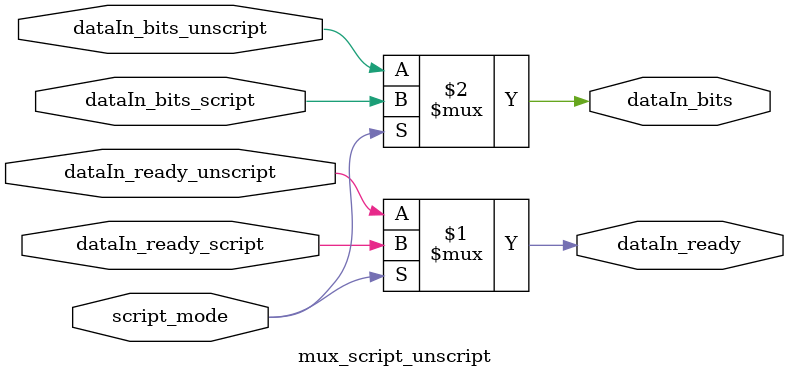
<source format=v>
module mux_script_unscript(
    input  script_mode,             // Control signal to select between script and unscript modes
    input  dataIn_ready_script,     // Data input 'ready' signal for script mode
    input  dataIn_bits_script,      // Data input 'bits' signal for script mode
    input  dataIn_bits_unscript,    // Data input 'bits' signal for unscript mode
    input  dataIn_ready_unscript,   // Data input 'ready' signal for unscript mode
    output  dataIn_ready,           // Mux output for 'ready' signal
    output  dataIn_bits             // Mux output for 'bits' signal
);

// When script_mode is 1, select script data; when 0, select unscript data
assign dataIn_ready = script_mode ? dataIn_ready_script : dataIn_ready_unscript;
assign dataIn_bits = script_mode ? dataIn_bits_script : dataIn_bits_unscript;

endmodule

</source>
